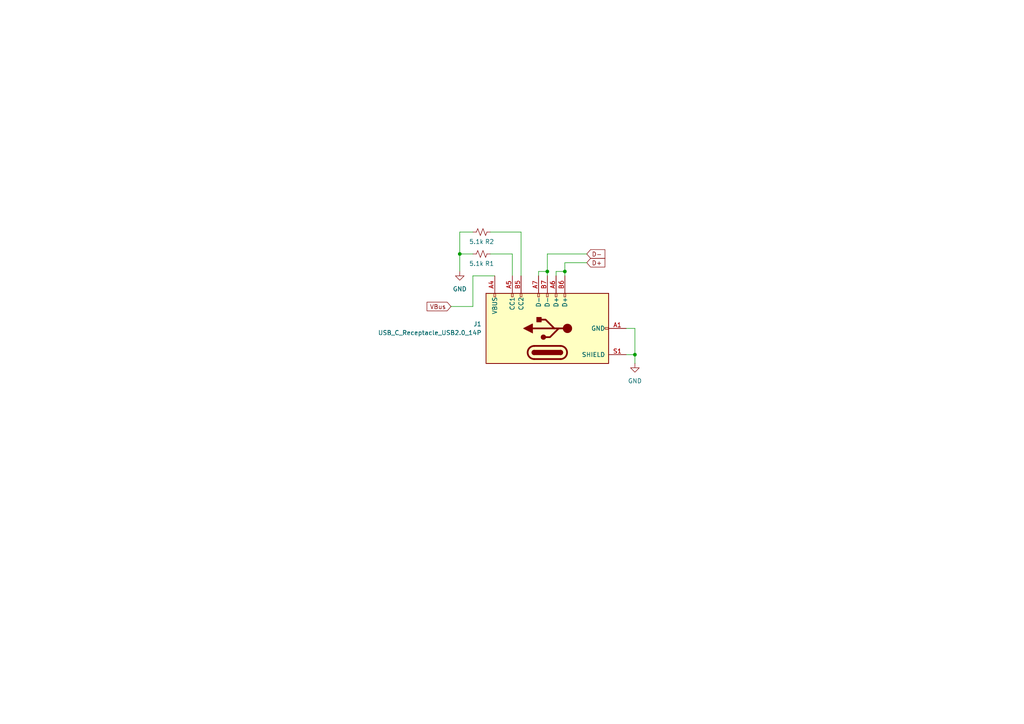
<source format=kicad_sch>
(kicad_sch (version 20250114) (generator "eeschema") (generator_version "9.0")
  (paper "A4")
  (lib_symbols
    (symbol "Connector:USB_C_Receptacle_USB2.0_14P" (pin_names (offset 1.016))
      (property "Reference" "J" (at 0 22.225 0))
      (property "Value" "USB_C_Receptacle_USB2.0_14P" (at 0 19.685 0))
      (symbol "USB_C_Receptacle_USB2.0_14P_0_0"
        (rectangle (start -0.254 -17.78) (end 0.254 -16.764))
        (rectangle (start 10.16 15.494) (end 9.144 14.986))
        (rectangle (start 10.16 10.414) (end 9.144 9.906))
        (rectangle (start 10.16 7.874) (end 9.144 7.366))
        (rectangle (start 10.16 2.794) (end 9.144 2.286))
        (rectangle (start 10.16 0.254) (end 9.144 -0.254))
        (rectangle (start 10.16 -2.286) (end 9.144 -2.794))
        (rectangle (start 10.16 -4.826) (end 9.144 -5.334))
      )
      (symbol "USB_C_Receptacle_USB2.0_14P_0_1"
        (rectangle (start -10.16 17.78) (end 10.16 -17.78) (stroke (width 0.254)) (fill (type background)))
        (polyline (pts (xy -8.89 -3.81) (xy -8.89 3.81)) (stroke (width 0.508)))
        (rectangle (start -7.62 -3.81) (end -6.35 3.81) (stroke (width 0.254)) (fill (type outline)))
        (arc (start -7.62 3.81) (mid -6.985 4.4423) (end -6.35 3.81) (stroke (width 0.254)))
        (arc (start -7.62 3.81) (mid -6.985 4.4423) (end -6.35 3.81) (stroke (width 0.254)) (fill (type outline)))
        (arc (start -8.89 3.81) (mid -6.985 5.7067) (end -5.08 3.81) (stroke (width 0.508)))
        (arc (start -5.08 -3.81) (mid -6.985 -5.7067) (end -8.89 -3.81) (stroke (width 0.508)))
        (arc (start -6.35 -3.81) (mid -6.985 -4.4423) (end -7.62 -3.81) (stroke (width 0.254)))
        (arc (start -6.35 -3.81) (mid -6.985 -4.4423) (end -7.62 -3.81) (stroke (width 0.254)) (fill (type outline)))
        (polyline (pts (xy -5.08 3.81) (xy -5.08 -3.81)) (stroke (width 0.508)))
        (circle (center -2.54 1.143) (radius 0.635) (stroke (width 0.254)) (fill (type outline)))
        (polyline (pts (xy -1.27 4.318) (xy 0 6.858) (xy 1.27 4.318) (xy -1.27 4.318)) (stroke (width 0.254)) (fill (type outline)))
        (polyline (pts (xy 0 -2.032) (xy 2.54 0.508) (xy 2.54 1.778)) (stroke (width 0.508)))
        (polyline (pts (xy 0 -3.302) (xy -2.54 -0.762) (xy -2.54 0.508)) (stroke (width 0.508)))
        (polyline (pts (xy 0 -5.842) (xy 0 4.318)) (stroke (width 0.508)))
        (circle (center 0 -5.842) (radius 1.27) (fill (type outline)))
        (rectangle (start 1.905 1.778) (end 3.175 3.048) (stroke (width 0.254)) (fill (type outline)))
      )
      (symbol "USB_C_Receptacle_USB2.0_14P_1_1"
        (pin passive line (at -7.62 -22.86 90) (length 5.08) (name "SHIELD") (number "S1"))
        (pin passive line (at 0 -22.86 90) (length 5.08) (name "GND") (number "A1"))
        (pin passive line (at 0 -22.86 90) (length 5.08) (hide yes) (name "GND") (number "A12"))
        (pin passive line (at 0 -22.86 90) (length 5.08) (hide yes) (name "GND") (number "B1"))
        (pin passive line (at 0 -22.86 90) (length 5.08) (hide yes) (name "GND") (number "B12"))
        (pin passive line (at 15.24 15.24 180) (length 5.08) (name "VBUS") (number "A4"))
        (pin passive line (at 15.24 15.24 180) (length 5.08) (hide yes) (name "VBUS") (number "A9"))
        (pin passive line (at 15.24 15.24 180) (length 5.08) (hide yes) (name "VBUS") (number "B4"))
        (pin passive line (at 15.24 15.24 180) (length 5.08) (hide yes) (name "VBUS") (number "B9"))
        (pin bidirectional line (at 15.24 10.16 180) (length 5.08) (name "CC1") (number "A5"))
        (pin bidirectional line (at 15.24 7.62 180) (length 5.08) (name "CC2") (number "B5"))
        (pin bidirectional line (at 15.24 2.54 180) (length 5.08) (name "D-") (number "A7"))
        (pin bidirectional line (at 15.24 0 180) (length 5.08) (name "D-") (number "B7"))
        (pin bidirectional line (at 15.24 -2.54 180) (length 5.08) (name "D+") (number "A6"))
        (pin bidirectional line (at 15.24 -5.08 180) (length 5.08) (name "D+") (number "B6"))
      )
    )
    (symbol "Device:R_Small_US" (pin_numbers (hide yes)) (pin_names (offset 0.254) (hide yes))
      (property "Reference" "R" (at 0.762 0.508 0))
      (property "Value" "R_Small_US" (at 0.762 -1.016 0))
      (symbol "R_Small_US_1_1"
        (polyline (pts (xy 0 1.524) (xy 1.016 1.143) (xy 0 0.762) (xy -1.016 0.381) (xy 0 0)))
        (polyline (pts (xy 0 0) (xy 1.016 -0.381) (xy 0 -0.762) (xy -1.016 -1.143) (xy 0 -1.524)))
        (pin passive line (at 0 2.54 270) (length 1.016) (name "~") (number "1"))
        (pin passive line (at 0 -2.54 90) (length 1.016) (name "~") (number "2"))
      )
    )
    (symbol "power:GND" (power) (pin_numbers (hide yes)) (pin_names (offset 0) (hide yes))
      (property "Value" "GND" (at 0 -3.81 0))
      (symbol "GND_0_1"
        (polyline (pts (xy 0 0) (xy 0 -1.27) (xy 1.27 -1.27) (xy 0 -2.54) (xy -1.27 -1.27) (xy 0 -1.27)))
      )
      (symbol "GND_1_1"
        (pin power_in line (at 0 0 270) (length 0) (name "~") (number "1"))
      )
    )
  )
  (junction (at 184.15 102.87))
  (junction (at 158.75 78.74))
  (junction (at 163.83 78.74))
  (junction (at 133.35 73.66))
  (wire (pts (xy 184.15 102.87) (xy 184.15 105.41)))
  (wire (pts (xy 158.75 78.74) (xy 158.75 80.01)))
  (wire (pts (xy 156.21 80.01) (xy 156.21 78.74)))
  (wire (pts (xy 163.83 78.74) (xy 163.83 80.01)))
  (wire (pts (xy 161.29 78.74) (xy 163.83 78.74)))
  (wire (pts (xy 148.59 80.01) (xy 148.59 73.66)))
  (wire (pts (xy 161.29 80.01) (xy 161.29 78.74)))
  (wire (pts (xy 133.35 73.66) (xy 133.35 78.74)))
  (wire (pts (xy 133.35 73.66) (xy 137.16 73.66)))
  (wire (pts (xy 137.16 67.31) (xy 133.35 67.31)))
  (wire (pts (xy 163.83 76.2) (xy 170.18 76.2)))
  (wire (pts (xy 130.81 88.9) (xy 137.16 88.9)))
  (wire (pts (xy 158.75 78.74) (xy 158.75 73.66)))
  (wire (pts (xy 151.13 80.01) (xy 151.13 67.31)))
  (wire (pts (xy 156.21 78.74) (xy 158.75 78.74)))
  (wire (pts (xy 142.24 73.66) (xy 148.59 73.66)))
  (wire (pts (xy 184.15 95.25) (xy 184.15 102.87)))
  (wire (pts (xy 163.83 78.74) (xy 163.83 76.2)))
  (wire (pts (xy 181.61 102.87) (xy 184.15 102.87)))
  (wire (pts (xy 133.35 67.31) (xy 133.35 73.66)))
  (wire (pts (xy 151.13 67.31) (xy 142.24 67.31)))
  (wire (pts (xy 137.16 80.01) (xy 143.51 80.01)))
  (wire (pts (xy 181.61 95.25) (xy 184.15 95.25)))
  (wire (pts (xy 137.16 88.9) (xy 137.16 80.01)))
  (wire (pts (xy 158.75 73.66) (xy 170.18 73.66)))
  (global_label "D-" (shape input) (at 170.18 73.66 0) (property "Intersheetrefs" "${INTERSHEET_REFS}" (effects (hide yes))))
  (global_label "VBus" (shape input) (at 130.81 88.9 180) (property "Intersheetrefs" "${INTERSHEET_REFS}" (effects (hide yes))))
  (global_label "D+" (shape input) (at 170.18 76.2 0) (property "Intersheetrefs" "${INTERSHEET_REFS}" (effects (hide yes))))
  (symbol (lib_id "power:GND") (at 133.35 78.74 0) (unit 1)
    (property "Reference" "#PWR01" (effects (hide yes)))
    (property "Value" "GND" (at 133.35 83.82 0))
    (property "Description" "Power symbol creates a global label with name \"GND\" , ground" (effects (hide yes)))
  )
  (symbol (lib_id "Connector:USB_C_Receptacle_USB2.0_14P") (at 158.75 95.25 90) (unit 1)
    (property "Reference" "J1" (at 139.7 93.9799 90) (effects (justify left)))
    (property "Value" "USB_C_Receptacle_USB2.0_14P" (at 139.7 96.5199 90) (effects (justify left)))
    (property "Datasheet" "https://www.usb.org/sites/default/files/documents/usb_type-c.zip" (effects (hide yes)))
    (property "Description" "USB 2.0-only 14P Type-C Receptacle connector" (effects (hide yes)))
  )
  (symbol (lib_id "Device:R_Small_US") (at 139.7 73.66 90) (unit 1)
    (property "Reference" "R1" (at 141.986 76.454 90))
    (property "Value" "5.1k" (at 138.176 76.454 90))
    (property "Description" "Resistor, small US symbol" (effects (hide yes)))
  )
  (symbol (lib_id "Device:R_Small_US") (at 139.7 67.31 90) (unit 1)
    (property "Reference" "R2" (at 141.986 70.104 90))
    (property "Value" "5.1k" (at 138.176 70.104 90))
    (property "Description" "Resistor, small US symbol" (effects (hide yes)))
  )
  (symbol (lib_id "power:GND") (at 184.15 105.41 0) (unit 1)
    (property "Reference" "#PWR02" (effects (hide yes)))
    (property "Value" "GND" (at 184.15 110.49 0))
    (property "Description" "Power symbol creates a global label with name \"GND\" , ground" (effects (hide yes)))
  )
)
</source>
